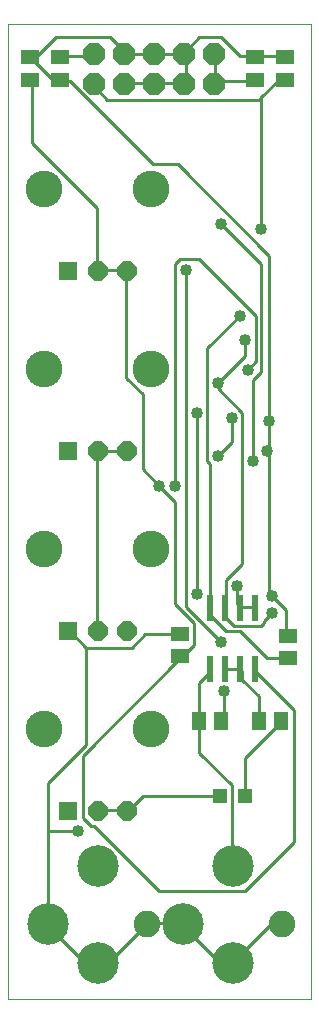
<source format=gtl>
G75*
%MOIN*%
%OFA0B0*%
%FSLAX25Y25*%
%IPPOS*%
%LPD*%
%AMOC8*
5,1,8,0,0,1.08239X$1,22.5*
%
%ADD10C,0.00000*%
%ADD11R,0.05906X0.05118*%
%ADD12R,0.02362X0.08661*%
%ADD13C,0.13843*%
%ADD14C,0.08858*%
%ADD15R,0.04724X0.04724*%
%ADD16R,0.05118X0.05906*%
%ADD17R,0.06496X0.06496*%
%ADD18OC8,0.06496*%
%ADD19C,0.12268*%
%ADD20OC8,0.07400*%
%ADD21C,0.01000*%
%ADD22C,0.04000*%
D10*
X0001000Y0001000D02*
X0001000Y0325961D01*
X0102201Y0325961D01*
X0102201Y0001000D01*
X0001000Y0001000D01*
D11*
X0058629Y0115140D03*
X0058629Y0122620D03*
X0094538Y0121860D03*
X0094538Y0114380D03*
X0093500Y0307260D03*
X0093500Y0314740D03*
X0083500Y0314740D03*
X0083500Y0307260D03*
X0018500Y0307260D03*
X0018500Y0314740D03*
X0008500Y0314740D03*
X0008500Y0307260D03*
D12*
X0068500Y0131236D03*
X0073500Y0131236D03*
X0078500Y0131236D03*
X0083500Y0131236D03*
X0083500Y0110764D03*
X0078500Y0110764D03*
X0073500Y0110764D03*
X0068500Y0110764D03*
D13*
X0076000Y0045291D03*
X0076000Y0013008D03*
X0059465Y0026000D03*
X0031000Y0013008D03*
X0031000Y0045291D03*
X0014465Y0026000D03*
D14*
X0047535Y0026000D03*
X0092535Y0026000D03*
D15*
X0080134Y0068500D03*
X0071866Y0068500D03*
D16*
X0072240Y0093500D03*
X0064760Y0093500D03*
X0084760Y0093500D03*
X0092240Y0093500D03*
D17*
X0021157Y0123441D03*
X0021157Y0183441D03*
X0021157Y0243441D03*
X0021157Y0063441D03*
D18*
X0031000Y0063441D03*
X0040843Y0063441D03*
X0040843Y0123441D03*
X0031000Y0123441D03*
X0031000Y0183441D03*
X0040843Y0183441D03*
X0040843Y0243441D03*
X0031000Y0243441D03*
D19*
X0013283Y0271000D03*
X0013283Y0211000D03*
X0013283Y0151000D03*
X0013283Y0091000D03*
X0048717Y0091000D03*
X0048717Y0151000D03*
X0048717Y0211000D03*
X0048717Y0271000D03*
D20*
X0049748Y0306038D03*
X0049748Y0316038D03*
X0059748Y0316038D03*
X0059748Y0306038D03*
X0069748Y0306038D03*
X0069748Y0316038D03*
X0039748Y0316038D03*
X0039748Y0306038D03*
X0029748Y0306038D03*
X0029748Y0316038D03*
D21*
X0028900Y0316000D01*
X0028000Y0315100D01*
X0019000Y0315100D01*
X0018500Y0314740D01*
X0017200Y0321400D02*
X0035200Y0321400D01*
X0039700Y0316900D01*
X0039748Y0316038D01*
X0040600Y0316000D01*
X0049600Y0316000D01*
X0049748Y0316038D01*
X0050500Y0316000D01*
X0059500Y0316000D01*
X0059748Y0316038D01*
X0060400Y0316000D01*
X0060400Y0306100D01*
X0059748Y0306038D01*
X0059500Y0306100D01*
X0050500Y0306100D01*
X0049748Y0306038D01*
X0049600Y0306100D01*
X0040600Y0306100D01*
X0039748Y0306038D01*
X0034300Y0300700D02*
X0029800Y0305200D01*
X0029748Y0306038D01*
X0034300Y0300700D02*
X0084700Y0300700D01*
X0085600Y0301600D01*
X0085600Y0257500D01*
X0088300Y0248500D02*
X0088300Y0193600D01*
X0088300Y0183700D01*
X0087400Y0183700D01*
X0088300Y0183700D02*
X0088300Y0136000D01*
X0089200Y0135100D01*
X0093700Y0130600D01*
X0093700Y0122500D01*
X0094538Y0121860D01*
X0094538Y0114380D02*
X0093700Y0114400D01*
X0087400Y0114400D01*
X0078400Y0123400D01*
X0073900Y0123400D01*
X0068500Y0128800D01*
X0068500Y0131236D01*
X0068500Y0179200D01*
X0067600Y0180100D01*
X0067600Y0217900D01*
X0078400Y0228700D01*
X0080200Y0220600D02*
X0080200Y0215200D01*
X0071200Y0206200D01*
X0071200Y0204400D01*
X0079300Y0196300D01*
X0079300Y0145900D01*
X0073900Y0140500D01*
X0073900Y0131500D01*
X0073500Y0131236D01*
X0073900Y0130600D01*
X0073900Y0127900D01*
X0076600Y0125200D01*
X0085600Y0125200D01*
X0086500Y0126100D01*
X0086500Y0127000D01*
X0089200Y0129700D01*
X0083500Y0131236D02*
X0082900Y0131500D01*
X0079300Y0131500D01*
X0078500Y0131236D01*
X0078400Y0131500D01*
X0077500Y0132400D01*
X0077500Y0138700D01*
X0060400Y0131500D02*
X0072100Y0119800D01*
X0073500Y0110764D02*
X0073900Y0110800D01*
X0078400Y0110800D01*
X0078500Y0110764D01*
X0079300Y0109900D01*
X0079300Y0107200D01*
X0084700Y0101800D01*
X0084700Y0093700D01*
X0084760Y0093500D01*
X0091900Y0092800D02*
X0080200Y0081100D01*
X0080200Y0068500D01*
X0080134Y0068500D01*
X0075700Y0072100D02*
X0075700Y0046000D01*
X0076000Y0045291D01*
X0080200Y0037000D02*
X0051400Y0037000D01*
X0029800Y0058600D01*
X0028900Y0058600D01*
X0026200Y0061300D01*
X0026200Y0082000D01*
X0058600Y0114400D01*
X0058629Y0115140D01*
X0059500Y0115300D01*
X0063100Y0118900D01*
X0063100Y0126100D01*
X0056800Y0132400D01*
X0056800Y0166600D01*
X0051400Y0172000D01*
X0046000Y0177400D01*
X0046000Y0202600D01*
X0040600Y0208000D01*
X0040600Y0243100D01*
X0040843Y0243441D01*
X0040600Y0244000D01*
X0031600Y0244000D01*
X0031000Y0243441D01*
X0030700Y0244000D01*
X0030700Y0264700D01*
X0009100Y0286300D01*
X0009100Y0307000D01*
X0008500Y0307260D01*
X0015400Y0307900D02*
X0009100Y0314200D01*
X0008500Y0314740D01*
X0009100Y0315100D01*
X0010900Y0315100D01*
X0017200Y0321400D01*
X0018100Y0307900D02*
X0015400Y0307900D01*
X0018100Y0307900D02*
X0018500Y0307260D01*
X0019000Y0307000D01*
X0021700Y0307000D01*
X0049600Y0279100D01*
X0057700Y0279100D01*
X0088300Y0248500D01*
X0085600Y0245800D02*
X0072100Y0259300D01*
X0064900Y0247600D02*
X0083800Y0228700D01*
X0083800Y0213400D01*
X0081100Y0210700D01*
X0082900Y0207100D02*
X0085600Y0209800D01*
X0085600Y0245800D01*
X0082900Y0207100D02*
X0082900Y0180100D01*
X0075700Y0186400D02*
X0071200Y0181900D01*
X0075700Y0186400D02*
X0075700Y0194500D01*
X0064000Y0196300D02*
X0064000Y0136000D01*
X0060400Y0131500D02*
X0060400Y0244000D01*
X0058600Y0247600D02*
X0064900Y0247600D01*
X0058600Y0247600D02*
X0056800Y0245800D01*
X0056800Y0172000D01*
X0040843Y0183441D02*
X0040600Y0183700D01*
X0031600Y0183700D01*
X0031000Y0183441D01*
X0030700Y0182800D01*
X0030700Y0124300D01*
X0031000Y0123441D01*
X0027100Y0118000D02*
X0027100Y0085600D01*
X0014500Y0073000D01*
X0014500Y0056800D01*
X0024400Y0056800D01*
X0031000Y0063441D02*
X0031600Y0064000D01*
X0040600Y0064000D01*
X0040843Y0063441D01*
X0041500Y0064000D01*
X0046000Y0068500D01*
X0071866Y0068500D01*
X0075700Y0072100D02*
X0064900Y0082900D01*
X0064900Y0092800D01*
X0064760Y0093500D01*
X0064900Y0093700D01*
X0064900Y0106300D01*
X0068500Y0109900D01*
X0068500Y0110764D01*
X0073000Y0103600D02*
X0073000Y0093700D01*
X0072240Y0093500D01*
X0083800Y0109900D02*
X0083500Y0110764D01*
X0083800Y0109900D02*
X0096400Y0097300D01*
X0096400Y0053200D01*
X0080200Y0037000D01*
X0088300Y0025300D02*
X0076600Y0013600D01*
X0076000Y0013008D01*
X0075700Y0013600D01*
X0071200Y0013600D01*
X0059500Y0025300D01*
X0059465Y0026000D01*
X0058600Y0026200D01*
X0047800Y0026200D01*
X0047535Y0026000D01*
X0046900Y0025300D01*
X0035200Y0013600D01*
X0031600Y0013600D01*
X0031000Y0013008D01*
X0030700Y0013600D01*
X0026200Y0013600D01*
X0014500Y0025300D01*
X0014465Y0026000D01*
X0014500Y0026200D01*
X0014500Y0056800D01*
X0027100Y0118000D02*
X0021700Y0123400D01*
X0021157Y0123441D01*
X0027100Y0118000D02*
X0042400Y0118000D01*
X0046900Y0122500D01*
X0058600Y0122500D01*
X0058629Y0122620D01*
X0088300Y0025300D02*
X0091900Y0025300D01*
X0092535Y0026000D01*
X0091900Y0092800D02*
X0092240Y0093500D01*
X0085600Y0301600D02*
X0091000Y0307000D01*
X0092800Y0307000D01*
X0093500Y0307260D01*
X0093500Y0314740D02*
X0092800Y0315100D01*
X0083800Y0315100D01*
X0083500Y0314740D01*
X0082900Y0315100D01*
X0078400Y0315100D01*
X0072100Y0321400D01*
X0064900Y0321400D01*
X0060400Y0316900D01*
X0059748Y0316038D01*
X0069748Y0316038D02*
X0070300Y0316000D01*
X0070300Y0306100D01*
X0069748Y0306038D01*
X0070300Y0306100D02*
X0071200Y0307000D01*
X0082900Y0307000D01*
X0083500Y0307260D01*
D22*
X0072100Y0259300D03*
X0078400Y0228700D03*
X0080200Y0220600D03*
X0081100Y0210700D03*
X0075700Y0194500D03*
X0071200Y0206200D03*
X0064000Y0196300D03*
X0071200Y0181900D03*
X0082900Y0180100D03*
X0087400Y0183700D03*
X0088300Y0193600D03*
X0077500Y0138700D03*
X0072100Y0119800D03*
X0073000Y0103600D03*
X0064000Y0136000D03*
X0056800Y0172000D03*
X0051400Y0172000D03*
X0060400Y0244000D03*
X0085600Y0257500D03*
X0089200Y0135100D03*
X0089200Y0129700D03*
X0024400Y0056800D03*
M02*

</source>
